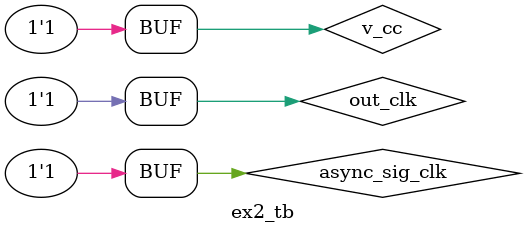
<source format=sv>
module syncronizer(input v_cc, input clock_22kHz, input clock_50, output out_clock_50);
	logic clr, first_top_out, bottom_out, second_top_out;
	
	register_async_clr first_top(.async_sig(clock_22kHz), .clr(bottom_out), .in(v_cc), .out(first_top_out));
	register_async_clr second_top(.async_sig(clock_50), .clr(1'b0), .in(first_top_out), .out(second_top_out));
	register_async_clr third_top(.async_sig(clock_50), .clr(1'b0), .in(second_top_out), .out(out_clock_50));
	register_async_clr bottom(.async_sig(!clock_50), .clr(1'b0), .in(out_clock_50), .out(bottom_out));
	

endmodule


module register_async_clr(input async_sig, input clr, input in, output reg out);
  
 	always_ff @(posedge async_sig or posedge clr) 
 		begin
 			if(clr == 1'b1)
 				out <=0;
 			else
  				out <= in;
  		end
  
endmodule

module ex2_tb;
	reg v_cc, async_sig_clk, out_clk;
	wire out_sync_sig;

	syncronizer test_bench(v_cc, async_sig_clk, out_clk, out_sync_sig);

	initial begin
		v_cc = 1'b1; // value of input is 1
		async_sig_clk = 1'b0; // async clock is 0
		out_clk = 1'b0; // clock for all other flipflops is 0 too
		#5
		async_sig_clk = 1'b1; // async clock becomes 1 which is not connected to 3 flipflops out of 4
		#5
		async_sig_clk = 1'b0; 
		out_clk = 1'b1; // sync clock becomes 1 adn the data is copied from async flipflop to a sync flipflop. It is stored here until next sync cycle
		#5
		out_clk = 1'b0; 
		#5
		out_clk = 1'b1; // the value held in the top second flipfop now goes to the third flipflop. That becomes the output now
		#5
		out_clk = 1'b0;
		#5
		async_sig_clk = 1'b1; // async clock becomes 1 again
		
		out_clk = 1'b1; // sync clock is also set to 1
		#5
		async_sig_clk = 1'b0;
		out_clk = 1'b0;
		#5
		async_sig_clk = 1'b1;
		out_clk = 1'b1;
		#5
		out_clk = 1'b0;
		#5
		out_clk = 1'b1;
		#5;
	end
endmodule

</source>
